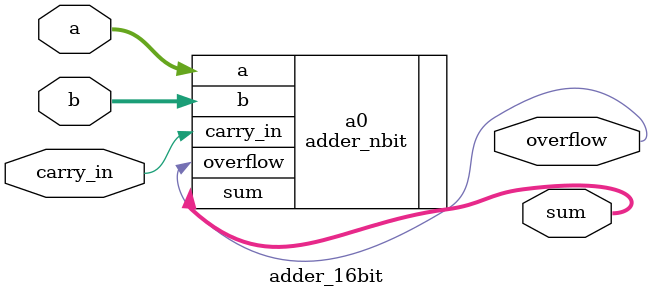
<source format=sv>

module adder_16bit
(
	input wire [15:0] a,
	input wire [15:0] b,
	input wire carry_in,
	output wire [15:0] sum,
	output wire overflow
);

	// STUDENT: Fill in the correct port map with parameter override syntax for using your n-bit ripple carry adder design to be an 8-bit ripple carry adder design
	localparam NUM_BIT = 16;
	adder_nbit #(NUM_BIT) a0 (
		.a(a), 
		.b(b), 
		.carry_in(carry_in), 
		.sum(sum), 
		.overflow(overflow));
endmodule

</source>
